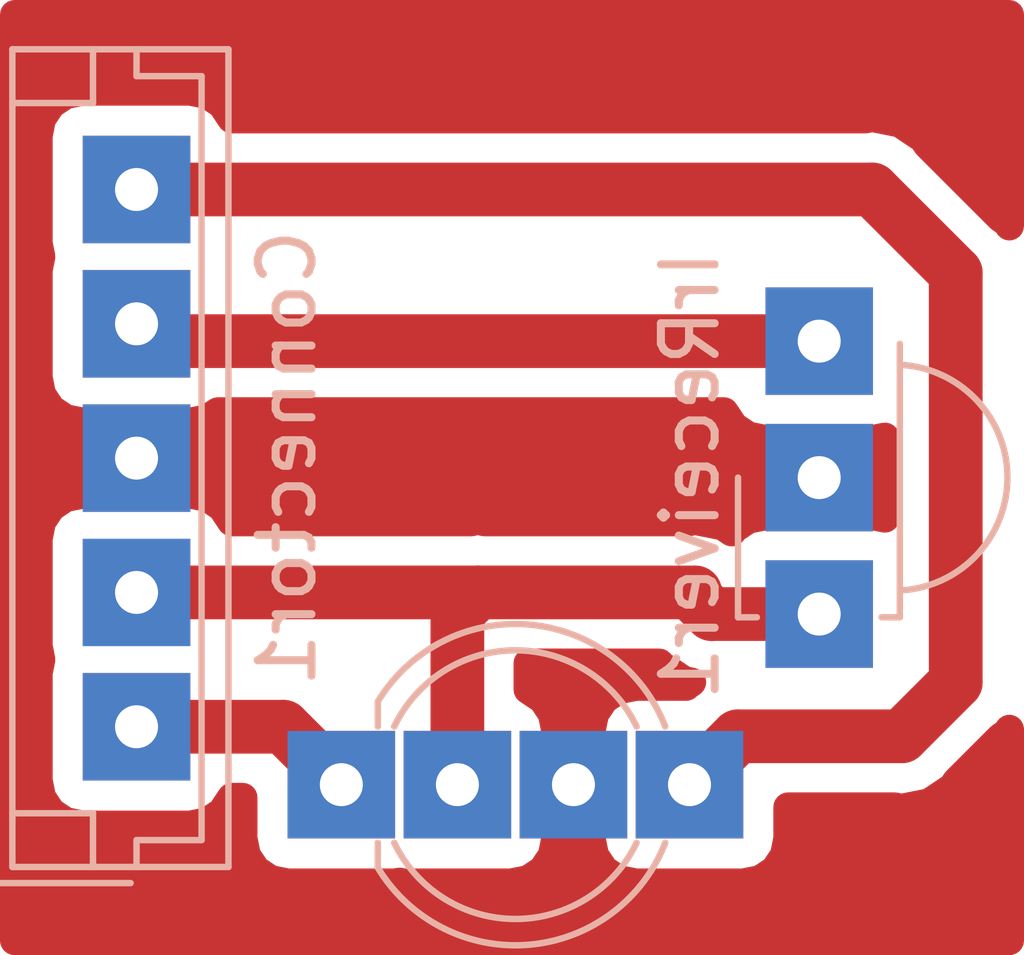
<source format=kicad_pcb>
(kicad_pcb (version 20171130) (host pcbnew 5.0.1-33cea8e~68~ubuntu18.10.1)

  (general
    (thickness 1.6)
    (drawings 0)
    (tracks 17)
    (zones 0)
    (modules 3)
    (nets 6)
  )

  (page A4)
  (layers
    (0 F.Cu signal)
    (31 B.Cu signal hide)
    (32 B.Adhes user)
    (33 F.Adhes user)
    (34 B.Paste user)
    (35 F.Paste user)
    (36 B.SilkS user)
    (37 F.SilkS user)
    (38 B.Mask user)
    (39 F.Mask user)
    (40 Dwgs.User user)
    (41 Cmts.User user)
    (42 Eco1.User user)
    (43 Eco2.User user)
    (44 Edge.Cuts user)
    (45 Margin user)
    (46 B.CrtYd user)
    (47 F.CrtYd user)
    (48 B.Fab user)
    (49 F.Fab user)
  )

  (setup
    (last_trace_width 1)
    (trace_clearance 0.2)
    (zone_clearance 0.544)
    (zone_45_only no)
    (trace_min 0.2)
    (segment_width 0.2)
    (edge_width 0.15)
    (via_size 0.8)
    (via_drill 0.4)
    (via_min_size 0.4)
    (via_min_drill 0.3)
    (uvia_size 0.3)
    (uvia_drill 0.1)
    (uvias_allowed no)
    (uvia_min_size 0.2)
    (uvia_min_drill 0.1)
    (pcb_text_width 0.3)
    (pcb_text_size 1.5 1.5)
    (mod_edge_width 0.15)
    (mod_text_size 1 1)
    (mod_text_width 0.15)
    (pad_size 2 2)
    (pad_drill 0.8)
    (pad_to_mask_clearance 0.051)
    (solder_mask_min_width 0.25)
    (aux_axis_origin 111.76 114.3)
    (visible_elements FFFFFF7F)
    (pcbplotparams
      (layerselection 0x010fc_ffffffff)
      (usegerberextensions false)
      (usegerberattributes false)
      (usegerberadvancedattributes false)
      (creategerberjobfile false)
      (excludeedgelayer true)
      (linewidth 0.100000)
      (plotframeref false)
      (viasonmask false)
      (mode 1)
      (useauxorigin false)
      (hpglpennumber 1)
      (hpglpenspeed 20)
      (hpglpendiameter 15.000000)
      (psnegative false)
      (psa4output false)
      (plotreference true)
      (plotvalue true)
      (plotinvisibletext false)
      (padsonsilk false)
      (subtractmaskfromsilk false)
      (outputformat 1)
      (mirror false)
      (drillshape 1)
      (scaleselection 1)
      (outputdirectory ""))
  )

  (net 0 "")
  (net 1 /IrData)
  (net 2 +5V)
  (net 3 /LedOut)
  (net 4 GND)
  (net 5 /LedIn)

  (net_class Default "This is the default net class."
    (clearance 0.2)
    (trace_width 1)
    (via_dia 0.8)
    (via_drill 0.4)
    (uvia_dia 0.3)
    (uvia_drill 0.1)
    (add_net +5V)
    (add_net /IrData)
    (add_net /LedIn)
    (add_net /LedOut)
    (add_net GND)
  )

  (module LED_THT:LED_D5.0mm-4_RGB_Wide_Pins (layer B.Cu) (tedit 5B74F76E) (tstamp 5C02392A)
    (at 118.11 111.125)
    (descr "LED, diameter 5.0mm, 2 pins, diameter 5.0mm, 3 pins, diameter 5.0mm, 4 pins, http://www.kingbright.com/attachments/file/psearch/000/00/00/L-154A4SUREQBFZGEW(Ver.9A).pdf")
    (tags "LED diameter 5.0mm 2 pins diameter 5.0mm 3 pins diameter 5.0mm 4 pins RGB RGBLED")
    (path /5BF5D19E)
    (fp_text reference LEDPL9823 (at 3.2385 3.96) (layer B.SilkS)
      (effects (font (size 1 1) (thickness 0.15)) (justify mirror))
    )
    (fp_text value Conn_01x04_Female (at 3.2385 -3.96) (layer B.Fab)
      (effects (font (size 1 1) (thickness 0.15)) (justify mirror))
    )
    (fp_arc (start 3.2385 0) (end 0.7385 1.469694) (angle -299.1) (layer B.Fab) (width 0.1))
    (fp_arc (start 3.2385 0) (end 0.6785 1.54483) (angle -127.7) (layer B.SilkS) (width 0.12))
    (fp_arc (start 3.2385 0) (end 0.6785 -1.54483) (angle 127.7) (layer B.SilkS) (width 0.12))
    (fp_arc (start 3.2385 0) (end 0.983816 1.08) (angle -128.8) (layer B.SilkS) (width 0.12))
    (fp_arc (start 3.2385 0) (end 0.983816 -1.08) (angle 128.8) (layer B.SilkS) (width 0.12))
    (fp_circle (center 3.2385 0) (end 5.7385 0) (layer B.Fab) (width 0.1))
    (fp_line (start 0.7385 1.469694) (end 0.7385 -1.469694) (layer B.Fab) (width 0.1))
    (fp_line (start 0.6785 1.545) (end 0.6785 1.08) (layer B.SilkS) (width 0.12))
    (fp_line (start 0.6785 -1.08) (end 0.6785 -1.545) (layer B.SilkS) (width 0.12))
    (fp_line (start -1.08 3.25) (end -1.08 -3.25) (layer B.CrtYd) (width 0.05))
    (fp_line (start -1.08 -3.25) (end 7.56 -3.25) (layer B.CrtYd) (width 0.05))
    (fp_line (start 7.56 -3.25) (end 7.56 3.25) (layer B.CrtYd) (width 0.05))
    (fp_line (start 7.56 3.25) (end -1.08 3.25) (layer B.CrtYd) (width 0.05))
    (fp_text user %R (at 3.2385 3.96) (layer B.Fab)
      (effects (font (size 1 1) (thickness 0.15)) (justify mirror))
    )
    (pad 1 thru_hole rect (at 0 0) (size 2 2) (drill 0.8) (layers *.Cu *.Mask)
      (net 5 /LedIn))
    (pad 2 thru_hole rect (at 2.159 0) (size 2 2) (drill 0.8) (layers *.Cu *.Mask)
      (net 2 +5V))
    (pad 3 thru_hole rect (at 4.318 0) (size 2 2) (drill 0.8) (layers *.Cu *.Mask)
      (net 4 GND))
    (pad 4 thru_hole rect (at 6.477 0) (size 2 2) (drill 0.8) (layers *.Cu *.Mask)
      (net 3 /LedOut))
    (model ${KISYS3DMOD}/LED_THT.3dshapes/LED_D5.0mm-4_RGB_Wide_Pins.wrl
      (at (xyz 0 0 0))
      (scale (xyz 1 1 1))
      (rotate (xyz 0 0 0))
    )
  )

  (module Connector_JST:JST_EH_B05B-EH-A_1x05_P2.50mm_Vertical (layer B.Cu) (tedit 5BF5C87F) (tstamp 5C02202A)
    (at 114.3 110.047296 90)
    (descr "JST EH series connector, B05B-EH-A (http://www.jst-mfg.com/product/pdf/eng/eEH.pdf), generated with kicad-footprint-generator")
    (tags "connector JST EH side entry")
    (path /5BF5BBC9)
    (fp_text reference Connector1 (at 5 2.8 90) (layer B.SilkS)
      (effects (font (size 1 1) (thickness 0.15)) (justify mirror))
    )
    (fp_text value Conn_01x05_Female (at 5 -3.4 90) (layer B.Fab)
      (effects (font (size 1 1) (thickness 0.15)) (justify mirror))
    )
    (fp_line (start -2.5 1.6) (end -2.5 -2.2) (layer B.Fab) (width 0.1))
    (fp_line (start -2.5 -2.2) (end 12.5 -2.2) (layer B.Fab) (width 0.1))
    (fp_line (start 12.5 -2.2) (end 12.5 1.6) (layer B.Fab) (width 0.1))
    (fp_line (start 12.5 1.6) (end -2.5 1.6) (layer B.Fab) (width 0.1))
    (fp_line (start -3 2.1) (end -3 -2.7) (layer B.CrtYd) (width 0.05))
    (fp_line (start -3 -2.7) (end 13 -2.7) (layer B.CrtYd) (width 0.05))
    (fp_line (start 13 -2.7) (end 13 2.1) (layer B.CrtYd) (width 0.05))
    (fp_line (start 13 2.1) (end -3 2.1) (layer B.CrtYd) (width 0.05))
    (fp_line (start -2.61 1.71) (end -2.61 -2.31) (layer B.SilkS) (width 0.12))
    (fp_line (start -2.61 -2.31) (end 12.61 -2.31) (layer B.SilkS) (width 0.12))
    (fp_line (start 12.61 -2.31) (end 12.61 1.71) (layer B.SilkS) (width 0.12))
    (fp_line (start 12.61 1.71) (end -2.61 1.71) (layer B.SilkS) (width 0.12))
    (fp_line (start -2.61 0) (end -2.11 0) (layer B.SilkS) (width 0.12))
    (fp_line (start -2.11 0) (end -2.11 1.21) (layer B.SilkS) (width 0.12))
    (fp_line (start -2.11 1.21) (end 12.11 1.21) (layer B.SilkS) (width 0.12))
    (fp_line (start 12.11 1.21) (end 12.11 0) (layer B.SilkS) (width 0.12))
    (fp_line (start 12.11 0) (end 12.61 0) (layer B.SilkS) (width 0.12))
    (fp_line (start -2.61 -0.81) (end -1.61 -0.81) (layer B.SilkS) (width 0.12))
    (fp_line (start -1.61 -0.81) (end -1.61 -2.31) (layer B.SilkS) (width 0.12))
    (fp_line (start 12.61 -0.81) (end 11.61 -0.81) (layer B.SilkS) (width 0.12))
    (fp_line (start 11.61 -0.81) (end 11.61 -2.31) (layer B.SilkS) (width 0.12))
    (fp_line (start -2.91 -0.11) (end -2.91 -2.61) (layer B.SilkS) (width 0.12))
    (fp_line (start -2.91 -2.61) (end -0.41 -2.61) (layer B.SilkS) (width 0.12))
    (fp_line (start -2.91 -0.11) (end -2.91 -2.61) (layer B.Fab) (width 0.1))
    (fp_line (start -2.91 -2.61) (end -0.41 -2.61) (layer B.Fab) (width 0.1))
    (fp_text user %R (at 5 -1.5 90) (layer B.Fab)
      (effects (font (size 1 1) (thickness 0.15)) (justify mirror))
    )
    (pad 1 thru_hole rect (at 0 0 90) (size 2 2) (drill 0.8) (layers *.Cu *.Mask)
      (net 5 /LedIn))
    (pad 2 thru_hole rect (at 2.5 0 90) (size 2 2) (drill 0.8) (layers *.Cu *.Mask)
      (net 2 +5V))
    (pad 3 thru_hole rect (at 5 0 90) (size 2 2) (drill 0.8) (layers *.Cu *.Mask)
      (net 4 GND))
    (pad 4 thru_hole rect (at 7.5 0 90) (size 2 2) (drill 0.8) (layers *.Cu *.Mask)
      (net 1 /IrData))
    (pad 5 thru_hole rect (at 10 0 90) (size 2 2) (drill 0.8) (layers *.Cu *.Mask)
      (net 3 /LedOut))
    (model ${KISYS3DMOD}/Connector_JST.3dshapes/JST_EH_B05B-EH-A_1x05_P2.50mm_Vertical.wrl
      (at (xyz 0 0 0))
      (scale (xyz 1 1 1))
      (rotate (xyz 0 0 0))
    )
  )

  (module OptoDevice:Vishay_MINICAST-3Pin (layer B.Cu) (tedit 5BF5C91B) (tstamp 5C022041)
    (at 127 102.87 270)
    (descr "IR Receiver Vishay TSOP-xxxx, MINICAST package, see https://www.vishay.com/docs/82669/tsop32s40f.pdf")
    (tags "IR Receiver Vishay TSOP-xxxx MINICAST")
    (path /5BF5B915)
    (fp_text reference IrReceiver1 (at 2.5 2.4 90) (layer B.SilkS)
      (effects (font (size 1 1) (thickness 0.15)) (justify mirror))
    )
    (fp_text value TSOP583xx (at 2.55 -4.6 90) (layer B.Fab)
      (effects (font (size 1 1) (thickness 0.15)) (justify mirror))
    )
    (fp_text user %R (at 2.54 0 270) (layer B.Fab)
      (effects (font (size 1 1) (thickness 0.15)) (justify mirror))
    )
    (fp_line (start 5.14 1.16) (end 5.14 1.51) (layer B.SilkS) (width 0.12))
    (fp_line (start 5.14 1.51) (end 2.54 1.51) (layer B.SilkS) (width 0.12))
    (fp_line (start 5.14 -1.16) (end 5.14 -1.5) (layer B.SilkS) (width 0.12))
    (fp_line (start 5.14 -1.5) (end 0.05 -1.5) (layer B.SilkS) (width 0.12))
    (fp_line (start 0.79 1.4) (end 5.04 1.4) (layer B.Fab) (width 0.1))
    (fp_line (start 5.04 1.4) (end 5.04 -1.4) (layer B.Fab) (width 0.1))
    (fp_line (start 5.04 -1.4) (end 0.04 -1.4) (layer B.Fab) (width 0.1))
    (fp_line (start 0.04 -1.4) (end 0.04 0.65) (layer B.Fab) (width 0.1))
    (fp_line (start -1.15 1.65) (end 6.23 1.65) (layer B.CrtYd) (width 0.05))
    (fp_line (start -1.15 1.65) (end -1.15 -3.7) (layer B.CrtYd) (width 0.05))
    (fp_line (start 6.23 -3.7) (end 6.23 1.65) (layer B.CrtYd) (width 0.05))
    (fp_line (start 6.23 -3.7) (end -1.15 -3.7) (layer B.CrtYd) (width 0.05))
    (fp_arc (start 2.54 -1.4) (end 4.64 -1.5) (angle -174.5) (layer B.SilkS) (width 0.12))
    (fp_arc (start 2.54 -1.4) (end 4.54 -1.4) (angle -180) (layer B.Fab) (width 0.1))
    (fp_line (start 0.79 1.4) (end 0.04 0.65) (layer B.Fab) (width 0.1))
    (pad 1 thru_hole rect (at 0 0 270) (size 2 2) (drill 0.8) (layers *.Cu *.Mask)
      (net 1 /IrData))
    (pad 2 thru_hole rect (at 2.54 0 270) (size 2 2) (drill 0.8) (layers *.Cu *.Mask)
      (net 4 GND))
    (pad 3 thru_hole rect (at 5.08 0 270) (size 2 2) (drill 0.8) (layers *.Cu *.Mask)
      (net 2 +5V))
    (model ${KISYS3DMOD}/OptoDevice.3dshapes/Vishay_MINICAST-3Pin.wrl
      (at (xyz 0 0 0))
      (scale (xyz 1 1 1))
      (rotate (xyz 0 0 0))
    )
  )

  (segment (start 114.622704 102.87) (end 114.3 102.547296) (width 1) (layer F.Cu) (net 1))
  (segment (start 127 102.87) (end 114.622704 102.87) (width 1) (layer F.Cu) (net 1))
  (segment (start 125 107.95) (end 127 107.95) (width 1) (layer F.Cu) (net 2))
  (segment (start 124.692296 107.642296) (end 125 107.95) (width 1) (layer F.Cu) (net 2))
  (segment (start 124.692296 107.547296) (end 124.692296 107.642296) (width 1) (layer F.Cu) (net 2))
  (segment (start 120.269 107.928296) (end 120.65 107.547296) (width 1) (layer F.Cu) (net 2))
  (segment (start 120.269 111.125) (end 120.269 107.928296) (width 1) (layer F.Cu) (net 2))
  (segment (start 114.3 107.547296) (end 120.65 107.547296) (width 1) (layer F.Cu) (net 2))
  (segment (start 120.65 107.547296) (end 124.692296 107.547296) (width 1) (layer F.Cu) (net 2))
  (segment (start 125.486999 110.225001) (end 128.534999 110.225001) (width 1) (layer F.Cu) (net 3))
  (segment (start 124.587 111.125) (end 125.486999 110.225001) (width 1) (layer F.Cu) (net 3))
  (segment (start 128.534999 110.225001) (end 129.54 109.22) (width 1) (layer F.Cu) (net 3))
  (segment (start 129.54 109.22) (end 129.54 101.6) (width 1) (layer F.Cu) (net 3))
  (segment (start 127.987296 100.047296) (end 114.3 100.047296) (width 1) (layer F.Cu) (net 3))
  (segment (start 129.54 101.6) (end 127.987296 100.047296) (width 1) (layer F.Cu) (net 3))
  (segment (start 117.032296 110.047296) (end 118.11 111.125) (width 1) (layer F.Cu) (net 5))
  (segment (start 114.3 110.047296) (end 117.032296 110.047296) (width 1) (layer F.Cu) (net 5))

  (zone (net 4) (net_name GND) (layer F.Cu) (tstamp 0) (hatch edge 0.508)
    (connect_pads yes (clearance 0.544))
    (min_thickness 0.544)
    (fill yes (arc_segments 16) (thermal_gap 0.508) (thermal_bridge_width 0.508))
    (polygon
      (pts
        (xy 111.76 114.3) (xy 130.81 114.3) (xy 130.81 96.52) (xy 111.76 96.52)
      )
    )
    (filled_polygon
      (pts
        (xy 130.538 100.724878) (xy 130.488782 100.651218) (xy 130.378906 100.577801) (xy 129.009497 99.208392) (xy 128.936078 99.098514)
        (xy 128.500773 98.807652) (xy 128.116906 98.731296) (xy 128.116901 98.731296) (xy 127.987296 98.705516) (xy 127.857691 98.731296)
        (xy 116.06913 98.731296) (xy 116.068655 98.728909) (xy 115.888303 98.458993) (xy 115.618387 98.278641) (xy 115.3 98.21531)
        (xy 113.3 98.21531) (xy 112.981613 98.278641) (xy 112.711697 98.458993) (xy 112.531345 98.728909) (xy 112.468014 99.047296)
        (xy 112.468014 101.047296) (xy 112.517742 101.297296) (xy 112.468014 101.547296) (xy 112.468014 103.547296) (xy 112.531345 103.865683)
        (xy 112.711697 104.135599) (xy 112.981613 104.315951) (xy 113.3 104.379282) (xy 115.3 104.379282) (xy 115.618387 104.315951)
        (xy 115.812873 104.186) (xy 125.23087 104.186) (xy 125.231345 104.188387) (xy 125.411697 104.458303) (xy 125.681613 104.638655)
        (xy 126 104.701986) (xy 128 104.701986) (xy 128.224001 104.65743) (xy 128.224 106.16257) (xy 128 106.118014)
        (xy 126 106.118014) (xy 125.681613 106.181345) (xy 125.411697 106.361697) (xy 125.373102 106.419458) (xy 125.205773 106.307652)
        (xy 124.821906 106.231296) (xy 124.821905 106.231296) (xy 124.692296 106.205515) (xy 124.562686 106.231296) (xy 120.779604 106.231296)
        (xy 120.649999 106.205516) (xy 120.520395 106.231296) (xy 116.06913 106.231296) (xy 116.068655 106.228909) (xy 115.888303 105.958993)
        (xy 115.618387 105.778641) (xy 115.3 105.71531) (xy 113.3 105.71531) (xy 112.981613 105.778641) (xy 112.711697 105.958993)
        (xy 112.531345 106.228909) (xy 112.468014 106.547296) (xy 112.468014 108.547296) (xy 112.517742 108.797296) (xy 112.468014 109.047296)
        (xy 112.468014 111.047296) (xy 112.531345 111.365683) (xy 112.711697 111.635599) (xy 112.981613 111.815951) (xy 113.3 111.879282)
        (xy 115.3 111.879282) (xy 115.618387 111.815951) (xy 115.888303 111.635599) (xy 116.068655 111.365683) (xy 116.06913 111.363296)
        (xy 116.278014 111.363296) (xy 116.278014 112.125) (xy 116.341345 112.443387) (xy 116.521697 112.713303) (xy 116.791613 112.893655)
        (xy 117.11 112.956986) (xy 119.11 112.956986) (xy 119.1895 112.941172) (xy 119.269 112.956986) (xy 121.269 112.956986)
        (xy 121.587387 112.893655) (xy 121.857303 112.713303) (xy 122.037655 112.443387) (xy 122.100986 112.125) (xy 122.100986 110.125)
        (xy 122.037655 109.806613) (xy 121.857303 109.536697) (xy 121.587387 109.356345) (xy 121.585 109.35587) (xy 121.585 108.863296)
        (xy 124.027507 108.863296) (xy 124.051218 108.898782) (xy 124.486523 109.189644) (xy 124.626203 109.217428) (xy 124.538217 109.276219)
        (xy 124.526995 109.293014) (xy 123.587 109.293014) (xy 123.268613 109.356345) (xy 122.998697 109.536697) (xy 122.818345 109.806613)
        (xy 122.755014 110.125) (xy 122.755014 112.125) (xy 122.818345 112.443387) (xy 122.998697 112.713303) (xy 123.268613 112.893655)
        (xy 123.587 112.956986) (xy 125.587 112.956986) (xy 125.905387 112.893655) (xy 126.175303 112.713303) (xy 126.355655 112.443387)
        (xy 126.418986 112.125) (xy 126.418986 111.541001) (xy 128.405394 111.541001) (xy 128.534999 111.566781) (xy 128.664604 111.541001)
        (xy 128.664609 111.541001) (xy 129.048476 111.464645) (xy 129.483781 111.173783) (xy 129.557199 111.063905) (xy 130.378906 110.242199)
        (xy 130.488782 110.168782) (xy 130.538 110.095123) (xy 130.538 114.028) (xy 112.032 114.028) (xy 112.032 96.792)
        (xy 130.538 96.792)
      )
    )
  )
)

</source>
